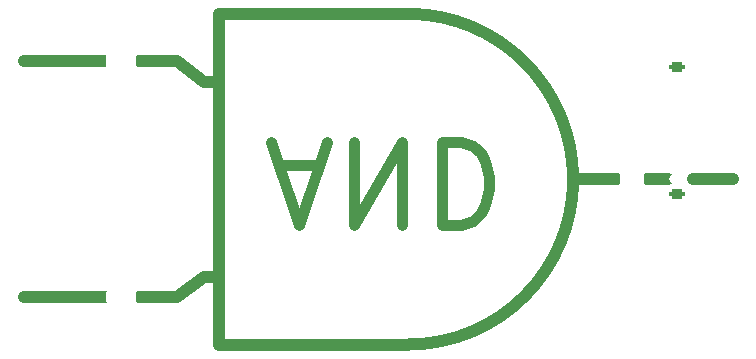
<source format=gbr>
%TF.GenerationSoftware,KiCad,Pcbnew,(6.0.4-0)*%
%TF.CreationDate,2022-12-31T15:50:49-05:00*%
%TF.ProjectId,ANDgate,414e4467-6174-4652-9e6b-696361645f70,rev?*%
%TF.SameCoordinates,Original*%
%TF.FileFunction,Legend,Bot*%
%TF.FilePolarity,Positive*%
%FSLAX46Y46*%
G04 Gerber Fmt 4.6, Leading zero omitted, Abs format (unit mm)*
G04 Created by KiCad (PCBNEW (6.0.4-0)) date 2022-12-31 15:50:49*
%MOMM*%
%LPD*%
G01*
G04 APERTURE LIST*
G04 Aperture macros list*
%AMRoundRect*
0 Rectangle with rounded corners*
0 $1 Rounding radius*
0 $2 $3 $4 $5 $6 $7 $8 $9 X,Y pos of 4 corners*
0 Add a 4 corners polygon primitive as box body*
4,1,4,$2,$3,$4,$5,$6,$7,$8,$9,$2,$3,0*
0 Add four circle primitives for the rounded corners*
1,1,$1+$1,$2,$3*
1,1,$1+$1,$4,$5*
1,1,$1+$1,$6,$7*
1,1,$1+$1,$8,$9*
0 Add four rect primitives between the rounded corners*
20,1,$1+$1,$2,$3,$4,$5,0*
20,1,$1+$1,$4,$5,$6,$7,0*
20,1,$1+$1,$6,$7,$8,$9,0*
20,1,$1+$1,$8,$9,$2,$3,0*%
G04 Aperture macros list end*
%ADD10C,1.000000*%
%ADD11C,0.960000*%
%ADD12RoundRect,0.200000X0.450000X-0.200000X0.450000X0.200000X-0.450000X0.200000X-0.450000X-0.200000X0*%
%ADD13O,1.300000X0.800000*%
%ADD14C,2.100000*%
%ADD15O,2.600000X2.100000*%
G04 APERTURE END LIST*
D10*
X178000000Y-105000000D02*
X174625000Y-105003600D01*
X131000000Y-115000000D02*
X127750000Y-115000000D01*
X133250000Y-96750000D02*
X134500000Y-96750000D01*
X150500000Y-119000000D02*
G75*
G03*
X150500000Y-91000000I0J14000000D01*
G01*
X133250000Y-96750000D02*
X131000000Y-95000000D01*
X127750000Y-95000000D02*
X131000000Y-95000000D01*
X168250000Y-105000000D02*
X164500000Y-105000000D01*
X118000000Y-115000000D02*
X125000000Y-115000000D01*
X134500000Y-119000000D02*
X150500000Y-119000000D01*
X131000000Y-115000000D02*
X133250000Y-113250000D01*
X134500000Y-91000000D02*
X150500000Y-91000000D01*
X134500000Y-91000000D02*
X134500000Y-119000000D01*
X172500000Y-105000000D02*
X170750000Y-105003600D01*
X133250000Y-113250000D02*
X134500000Y-113250000D01*
X124750000Y-95000000D02*
X118000000Y-95000000D01*
D11*
X139617290Y-103830266D02*
X142969671Y-103830266D01*
X138946814Y-101818838D02*
X141293480Y-108858838D01*
X143640147Y-101818838D01*
X145986814Y-101818838D02*
X145986814Y-108858838D01*
X150009671Y-101818838D01*
X150009671Y-108858838D01*
X153362052Y-101818838D02*
X153362052Y-108858838D01*
X155038242Y-108858838D01*
X156043957Y-108523600D01*
X156714433Y-107853123D01*
X157049671Y-107182647D01*
X157384909Y-105841695D01*
X157384909Y-104835980D01*
X157049671Y-103495028D01*
X156714433Y-102824552D01*
X156043957Y-102154076D01*
X155038242Y-101818838D01*
X153362052Y-101818838D01*
%LPC*%
D12*
%TO.C,J4*%
X173300000Y-95500000D03*
D13*
X173300000Y-94250000D03*
X173300000Y-93000000D03*
%TD*%
D12*
%TO.C,J3*%
X173300000Y-106250000D03*
D13*
X173300000Y-105000000D03*
X173300000Y-103750000D03*
%TD*%
D14*
%TO.C,D3*%
X169500000Y-105000000D03*
%TD*%
D15*
%TO.C,D2*%
X126250000Y-115000000D03*
%TD*%
%TO.C,D1*%
X126250000Y-95000000D03*
%TD*%
M02*

</source>
